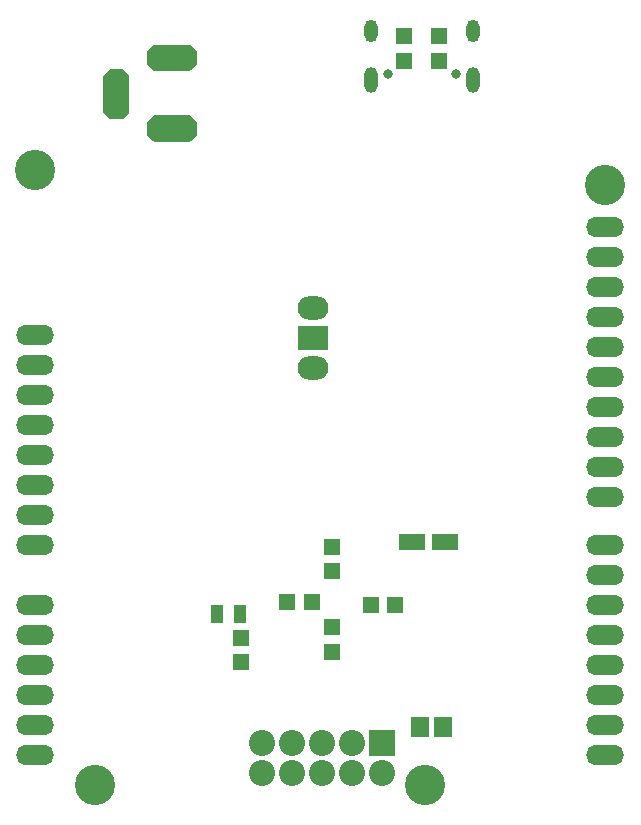
<source format=gbr>
G04*
G04 #@! TF.GenerationSoftware,Altium Limited,Altium Designer,24.2.2 (26)*
G04*
G04 Layer_Color=16711935*
%FSLAX44Y44*%
%MOMM*%
G71*
G04*
G04 #@! TF.SameCoordinates,411CF6F5-C546-4132-A14B-87BDE19E8412*
G04*
G04*
G04 #@! TF.FilePolarity,Negative*
G04*
G01*
G75*
%ADD45R,1.4032X1.4032*%
%ADD54R,2.2032X1.4032*%
%ADD55R,1.4032X1.4032*%
%ADD66R,2.2032X2.2032*%
%ADD67C,2.2032*%
%ADD68C,3.4036*%
%ADD69O,3.2032X1.7032*%
%ADD70O,2.6032X2.0032*%
%ADD71R,2.6032X2.0032*%
%ADD72O,1.1032X1.9032*%
%ADD73O,1.1032X2.2032*%
%ADD74C,0.8032*%
%ADD93R,1.6032X1.7032*%
%ADD94R,1.0732X1.5732*%
G36*
X157623Y653719D02*
X157753Y653693D01*
X157880Y653651D01*
X157999Y653592D01*
X158110Y653518D01*
X158210Y653430D01*
X163210Y648430D01*
X163298Y648330D01*
X163372Y648219D01*
X163431Y648100D01*
X163473Y647974D01*
X163500Y647843D01*
X163508Y647710D01*
Y637710D01*
X163500Y637577D01*
X163473Y637447D01*
X163431Y637320D01*
X163372Y637201D01*
X163298Y637090D01*
X163210Y636990D01*
X158210Y631990D01*
X158110Y631902D01*
X157999Y631828D01*
X157880Y631769D01*
X157753Y631726D01*
X157623Y631701D01*
X157490Y631692D01*
X126990D01*
X126857Y631701D01*
X126727Y631726D01*
X126600Y631769D01*
X126481Y631828D01*
X126370Y631902D01*
X126270Y631990D01*
X121270Y636990D01*
X121182Y637090D01*
X121108Y637201D01*
X121049Y637320D01*
X121006Y637447D01*
X120981Y637577D01*
X120972Y637710D01*
Y647710D01*
X120981Y647843D01*
X121006Y647974D01*
X121049Y648100D01*
X121108Y648219D01*
X121182Y648330D01*
X121270Y648430D01*
X126270Y653430D01*
X126370Y653518D01*
X126481Y653592D01*
X126600Y653651D01*
X126727Y653693D01*
X126857Y653719D01*
X126990Y653728D01*
X157490D01*
X157623Y653719D01*
D02*
G37*
G36*
X100373Y632970D02*
X100504Y632943D01*
X100630Y632901D01*
X100749Y632842D01*
X100860Y632768D01*
X100960Y632680D01*
X105960Y627680D01*
X106048Y627580D01*
X106122Y627469D01*
X106181Y627350D01*
X106223Y627224D01*
X106250Y627093D01*
X106258Y626960D01*
Y596460D01*
X106250Y596327D01*
X106223Y596197D01*
X106181Y596070D01*
X106122Y595951D01*
X106048Y595840D01*
X105960Y595740D01*
X100960Y590740D01*
X100860Y590652D01*
X100749Y590578D01*
X100630Y590519D01*
X100504Y590476D01*
X100373Y590451D01*
X100240Y590442D01*
X90240D01*
X90107Y590451D01*
X89977Y590476D01*
X89850Y590519D01*
X89731Y590578D01*
X89620Y590652D01*
X89520Y590740D01*
X84520Y595740D01*
X84432Y595840D01*
X84358Y595951D01*
X84299Y596070D01*
X84256Y596197D01*
X84230Y596327D01*
X84222Y596460D01*
Y626960D01*
X84230Y627093D01*
X84256Y627224D01*
X84299Y627350D01*
X84358Y627469D01*
X84432Y627580D01*
X84520Y627680D01*
X89520Y632680D01*
X89620Y632768D01*
X89731Y632842D01*
X89850Y632901D01*
X89977Y632943D01*
X90107Y632970D01*
X90240Y632978D01*
X100240D01*
X100373Y632970D01*
D02*
G37*
G36*
X157623Y593719D02*
X157753Y593694D01*
X157880Y593651D01*
X157999Y593592D01*
X158110Y593518D01*
X158210Y593430D01*
X163210Y588430D01*
X163298Y588330D01*
X163372Y588219D01*
X163431Y588100D01*
X163473Y587974D01*
X163500Y587843D01*
X163508Y587710D01*
Y577710D01*
X163500Y577577D01*
X163473Y577447D01*
X163431Y577320D01*
X163372Y577201D01*
X163298Y577090D01*
X163210Y576990D01*
X158210Y571990D01*
X158110Y571902D01*
X157999Y571828D01*
X157880Y571769D01*
X157753Y571726D01*
X157623Y571701D01*
X157490Y571692D01*
X126990D01*
X126857Y571701D01*
X126727Y571726D01*
X126600Y571769D01*
X126481Y571828D01*
X126370Y571902D01*
X126270Y571990D01*
X121270Y576990D01*
X121182Y577090D01*
X121108Y577201D01*
X121049Y577320D01*
X121006Y577447D01*
X120981Y577577D01*
X120972Y577710D01*
Y587710D01*
X120981Y587843D01*
X121006Y587974D01*
X121049Y588100D01*
X121108Y588219D01*
X121182Y588330D01*
X121270Y588430D01*
X126270Y593430D01*
X126370Y593518D01*
X126481Y593592D01*
X126600Y593651D01*
X126727Y593694D01*
X126857Y593719D01*
X126990Y593728D01*
X157490D01*
X157623Y593719D01*
D02*
G37*
D45*
X239944Y181610D02*
D03*
X260944D02*
D03*
X331556Y179070D02*
D03*
X310556D02*
D03*
D54*
X345410Y232410D02*
D03*
X373410D02*
D03*
D55*
X200660Y130724D02*
D03*
X200660Y151724D02*
D03*
X278130Y228686D02*
D03*
Y207686D02*
D03*
X278130Y139614D02*
D03*
Y160614D02*
D03*
X339090Y640130D02*
D03*
Y661130D02*
D03*
X368300Y640130D02*
D03*
Y661130D02*
D03*
D66*
X320040Y62230D02*
D03*
D67*
X320040Y36830D02*
D03*
X294640Y62230D02*
D03*
Y36830D02*
D03*
X269240Y62230D02*
D03*
Y36830D02*
D03*
X243840Y62230D02*
D03*
Y36830D02*
D03*
X218440Y62230D02*
D03*
X218440Y36830D02*
D03*
D68*
X26670Y547370D02*
D03*
X509270Y534670D02*
D03*
X77470Y26670D02*
D03*
X356870D02*
D03*
D69*
X26670Y407670D02*
D03*
Y382270D02*
D03*
Y356870D02*
D03*
Y331470D02*
D03*
Y306070D02*
D03*
Y280670D02*
D03*
Y255270D02*
D03*
Y229870D02*
D03*
Y179070D02*
D03*
Y153670D02*
D03*
Y128270D02*
D03*
Y102870D02*
D03*
Y77470D02*
D03*
Y52070D02*
D03*
X509270Y270510D02*
D03*
Y295910D02*
D03*
Y321310D02*
D03*
Y346710D02*
D03*
Y372110D02*
D03*
Y397510D02*
D03*
Y422910D02*
D03*
Y448310D02*
D03*
Y473710D02*
D03*
Y499110D02*
D03*
Y52070D02*
D03*
Y77470D02*
D03*
Y102870D02*
D03*
Y128270D02*
D03*
Y153670D02*
D03*
Y179070D02*
D03*
Y204470D02*
D03*
Y229870D02*
D03*
D70*
X261620Y430530D02*
D03*
Y379730D02*
D03*
D71*
Y405130D02*
D03*
D72*
X311080Y665480D02*
D03*
X397580D02*
D03*
D73*
X311080Y623780D02*
D03*
X397580D02*
D03*
D74*
X325430Y628680D02*
D03*
X383230D02*
D03*
D93*
X351950Y76200D02*
D03*
X371950D02*
D03*
D94*
X200200Y171450D02*
D03*
X180800D02*
D03*
M02*

</source>
